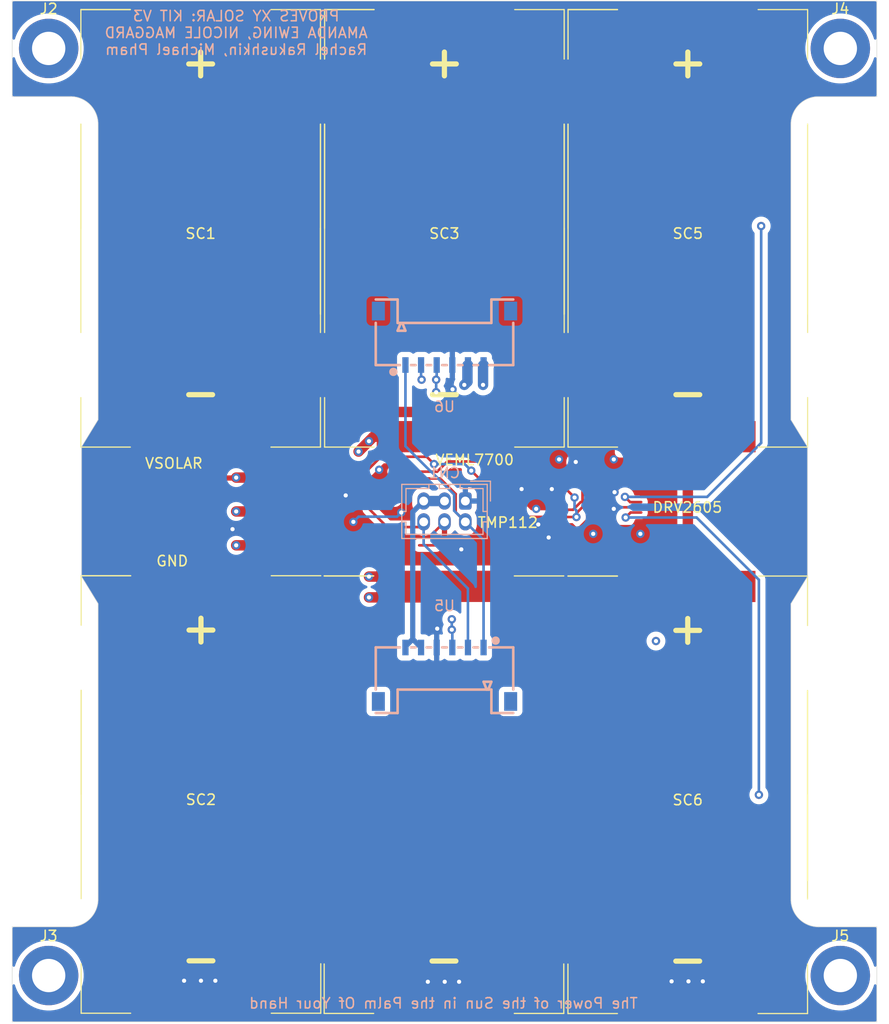
<source format=kicad_pcb>
(kicad_pcb (version 20241229) (generator "pcbnew") (generator_version "9.0")
  (title_block (title "Yearling Kit XY Faces") (date "2023-03-20") (rev "3.0"))
  (layers (0 "F.Cu" signal) (4 "In1.Cu" signal) (6 "In2.Cu" signal) (2 "B.Cu" signal) (13 "F.Paste" user) (15 "B.Paste" user) (5 "F.SilkS" user "F.Silkscreen") (7 "B.SilkS" user "B.Silkscreen") (1 "F.Mask" user) (3 "B.Mask" user) (25 "Edge.Cuts" user))
  (net 0 "")
  (net 1 "GND")
  (net 2 "+3V3")
  (net 3 "VSOLAR")
  (net 4 "Net-(U3-REG)")
  (net 5 "Net-(D1-A)")
  (net 6 "Net-(D2-A)")
  (net 7 "/SCL")
  (net 8 "/SDA")
  (net 9 "Net-(D3-A)")
  (net 10 "Net-(D4-A)")
  (net 15 "Net-(SC1--)")
  (net 16 "Net-(SC3--)")
  (net 17 "Net-(SC5--)")
  (net 18 "Net-(U3-OUT+)")
  (net 19 "SCLIN")
  (net 20 "SDAIN")
  (net 21 "Net-(U4-EN)")
  (net 22 "Net-(U4-READY)")
  (footprint "MountingHole:MountingHole_3.2mm_M3_ISO7380_Pad" (layer "F.Cu") (at 106.5 70.3)
    (property "Reference" "J2" (at 0 -3.8 0) (layer "F.SilkS"))
    (property "Value" "Conn_01x01")
    (pad "1" thru_hole circle (at 0 0) (size 5.7 5.7) (drill 3.2) (layers "*.Cu" "*.Mask"))
  )
  (footprint "MountingHole:MountingHole_3.2mm_M3_ISO7380_Pad" (layer "F.Cu") (at 106.5 159.3)
    (property "Reference" "J3" (at 0 -3.8 0) (layer "F.SilkS"))
    (property "Value" "Conn_01x01")
    (pad "1" thru_hole circle (at 0 0) (size 5.7 5.7) (drill 3.2) (layers "*.Cu" "*.Mask"))
  )
  (footprint "MountingHole:MountingHole_3.2mm_M3_ISO7380_Pad" (layer "F.Cu") (at 182.5 70.3)
    (property "Reference" "J4" (at 0 -3.8 0) (layer "F.SilkS"))
    (property "Value" "Conn_01x01")
    (pad "1" thru_hole circle (at 0 0) (size 5.7 5.7) (drill 3.2) (layers "*.Cu" "*.Mask"))
  )
  (footprint "MountingHole:MountingHole_3.2mm_M3_ISO7380_Pad" (layer "F.Cu") (at 182.5 159.3)
    (property "Reference" "J5" (at 0 -3.8 0) (layer "F.SilkS"))
    (property "Value" "Conn_01x01")
    (pad "1" thru_hole circle (at 0 0) (size 5.7 5.7) (drill 3.2) (layers "*.Cu" "*.Mask"))
  )
  (footprint "SolarPanelBoards:KXOB101K08F-TR" (layer "F.Cu") (at 167.86 87.57)
    (property "Reference" "SC5" (at 0 0.5 0) (layer "F.SilkS"))
    (property "Value" "SM101K07TF")
    (fp_line (start -11.5 -21) (end -11.5 -16.25) (stroke (width 0.12)) (layer "F.SilkS"))
    (fp_line (start -11.5 -21) (end -6.75 -21) (stroke (width 0.12)) (layer "F.SilkS"))
    (fp_line (start -11.5 -10) (end -11.5 10) (stroke (width 0.12)) (layer "F.SilkS"))
    (fp_line (start -11.5 0) (end -11.5 -10) (stroke (width 0.12)) (layer "F.SilkS"))
    (fp_line (start -11.5 21) (end -11.5 16.25) (stroke (width 0.12)) (layer "F.SilkS"))
    (fp_line (start -11.5 21) (end -6.75 21) (stroke (width 0.12)) (layer "F.SilkS"))
    (fp_line (start -6.75 -21) (end -11.5 -21) (stroke (width 0.12)) (layer "F.SilkS"))
    (fp_line (start 6.75 -21) (end 11.5 -21) (stroke (width 0.12)) (layer "F.SilkS"))
    (fp_line (start 6.75 21) (end 11.5 21) (stroke (width 0.12)) (layer "F.SilkS"))
    (fp_line (start 11.5 -21) (end 11.5 -16.25) (stroke (width 0.12)) (layer "F.SilkS"))
    (fp_line (start 11.5 -10) (end 11.5 8.25) (stroke (width 0.12)) (layer "F.SilkS"))
    (fp_line (start 11.5 0) (end 11.5 -10) (stroke (width 0.12)) (layer "F.SilkS"))
    (fp_line (start 11.5 0) (end 11.5 10) (stroke (width 0.12)) (layer "F.SilkS"))
    (fp_line (start 11.5 8.25) (end 11.5 0) (stroke (width 0.12)) (layer "F.SilkS"))
    (fp_line (start 11.5 21) (end 11.5 16.25) (stroke (width 0.12)) (layer "F.SilkS"))
    (fp_text user "+" (at 0 -16 0) (layer "F.SilkS") (effects (font (size 3 3) (thickness 0.5))))
    (fp_text user "-" (at 0 15.75 0) (layer "F.SilkS") (effects (font (size 3 3) (thickness 0.5))))
    (pad "1" smd rect (at 0 -20) (size 13 3) (layers "F.Cu" "F.Mask" "F.Paste") (net 9 "Net-(D3-A)"))
    (pad "2" smd rect (at 0 20) (size 13 3) (layers "F.Cu" "F.Mask" "F.Paste") (net 17 "Net-(SC5--)"))
  )
  (footprint "SolarPanelBoards:KXOB101K08F-TR" (layer "F.Cu") (at 144.49 87.57)
    (property "Reference" "SC3" (at 0 0.5 0) (layer "F.SilkS"))
    (property "Value" "SM101K07TF")
    (fp_line (start -11.5 -21) (end -11.5 -16.25) (stroke (width 0.12)) (layer "F.SilkS"))
    (fp_line (start -11.5 -21) (end -6.75 -21) (stroke (width 0.12)) (layer "F.SilkS"))
    (fp_line (start -11.5 -10) (end -11.5 10) (stroke (width 0.12)) (layer "F.SilkS"))
    (fp_line (start -11.5 0) (end -11.5 -10) (stroke (width 0.12)) (layer "F.SilkS"))
    (fp_line (start -11.5 21) (end -11.5 16.25) (stroke (width 0.12)) (layer "F.SilkS"))
    (fp_line (start -11.5 21) (end -6.75 21) (stroke (width 0.12)) (layer "F.SilkS"))
    (fp_line (start -6.75 -21) (end -11.5 -21) (stroke (width 0.12)) (layer "F.SilkS"))
    (fp_line (start 6.75 -21) (end 11.5 -21) (stroke (width 0.12)) (layer "F.SilkS"))
    (fp_line (start 6.75 21) (end 11.5 21) (stroke (width 0.12)) (layer "F.SilkS"))
    (fp_line (start 11.5 -21) (end 11.5 -16.25) (stroke (width 0.12)) (layer "F.SilkS"))
    (fp_line (start 11.5 -10) (end 11.5 8.25) (stroke (width 0.12)) (layer "F.SilkS"))
    (fp_line (start 11.5 0) (end 11.5 -10) (stroke (width 0.12)) (layer "F.SilkS"))
    (fp_line (start 11.5 0) (end 11.5 10) (stroke (width 0.12)) (layer "F.SilkS"))
    (fp_line (start 11.5 8.25) (end 11.5 0) (stroke (width 0.12)) (layer "F.SilkS"))
    (fp_line (start 11.5 21) (end 11.5 16.25) (stroke (width 0.12)) (layer "F.SilkS"))
    (fp_text user "-" (at 0 15.75 0) (layer "F.SilkS") (effects (font (size 3 3) (thickness 0.5))))
    (fp_text user "+" (at 0 -16 0) (layer "F.SilkS") (effects (font (size 3 3) (thickness 0.5))))
    (pad "1" smd rect (at 0 -20) (size 13 3) (layers "F.Cu" "F.Mask" "F.Paste") (net 6 "Net-(D2-A)"))
    (pad "2" smd rect (at 0 20) (size 13 3) (layers "F.Cu" "F.Mask" "F.Paste") (net 16 "Net-(SC3--)"))
  )
  (footprint "SolarPanelBoards:KXOB101K08F-TR" (layer "F.Cu") (at 144.45 141.94)
    (property "Reference" "SC4" (hide yes))
    (property "Value" "SM101K07TF")
    (fp_line (start -11.5 -21) (end -6.75 -21) (stroke (width 0.12)) (layer "F.SilkS"))
    (fp_line (start -11.5 21) (end -11.5 16.25) (stroke (width 0.12)) (layer "F.SilkS"))
    (fp_line (start -11.5 21) (end -6.75 21) (stroke (width 0.12)) (layer "F.SilkS"))
    (fp_line (start -6.75 -21) (end -11.5 -21) (stroke (width 0.12)) (layer "F.SilkS"))
    (fp_line (start 6.75 -21) (end 11.5 -21) (stroke (width 0.12)) (layer "F.SilkS"))
    (fp_line (start 6.75 21) (end 11.5 21) (stroke (width 0.12)) (layer "F.SilkS"))
    (fp_line (start 11.5 21) (end 11.5 16.25) (stroke (width 0.12)) (layer "F.SilkS"))
    (fp_text user "-" (at 0 15.75 0) (layer "F.SilkS") (effects (font (size 3 3) (thickness 0.5))))
    (pad "1" smd rect (at 0 -20) (size 13 3) (layers "F.Cu" "F.Mask" "F.Paste") (net 16 "Net-(SC3--)"))
    (pad "2" smd rect (at 0 20) (size 13 3) (layers "F.Cu" "F.Mask" "F.Paste") (net 1 "GND"))
  )
  (footprint "SolarPanelBoards:KXOB101K08F-TR" (layer "F.Cu") (at 121.12 141.92)
    (property "Reference" "SC2" (at 0 0.5 0) (layer "F.SilkS"))
    (property "Value" "SM101K07TF")
    (fp_line (start -11.5 -21) (end -11.5 -16.25) (stroke (width 0.12)) (layer "F.SilkS"))
    (fp_line (start -11.5 -21) (end -6.75 -21) (stroke (width 0.12)) (layer "F.SilkS"))
    (fp_line (start -11.5 -10) (end -11.5 10) (stroke (width 0.12)) (layer "F.SilkS"))
    (fp_line (start -11.5 0) (end -11.5 -10) (stroke (width 0.12)) (layer "F.SilkS"))
    (fp_line (start -11.5 21) (end -11.5 16.25) (stroke (width 0.12)) (layer "F.SilkS"))
    (fp_line (start -11.5 21) (end -6.75 21) (stroke (width 0.12)) (layer "F.SilkS"))
    (fp_line (start -6.75 -21) (end -11.5 -21) (stroke (width 0.12)) (layer "F.SilkS"))
    (fp_line (start 6.75 -21) (end 11.5 -21) (stroke (width 0.12)) (layer "F.SilkS"))
    (fp_line (start 6.75 21) (end 11.5 21) (stroke (width 0.12)) (layer "F.SilkS"))
    (fp_line (start 11.5 21) (end 11.5 16.25) (stroke (width 0.12)) (layer "F.SilkS"))
    (fp_text user "+" (at 0 -16 0) (layer "F.SilkS") (effects (font (size 3 3) (thickness 0.5))))
    (fp_text user "-" (at 0 15.75 0) (layer "F.SilkS") (effects (font (size 3 3) (thickness 0.5))))
    (pad "1" smd rect (at 0 -20) (size 13 3) (layers "F.Cu" "F.Mask" "F.Paste") (net 15 "Net-(SC1--)"))
    (pad "2" smd rect (at 0 20) (size 13 3) (layers "F.Cu" "F.Mask" "F.Paste") (net 1 "GND"))
  )
  (footprint "SolarPanelBoards:KXOB101K08F-TR" (layer "F.Cu") (at 167.85 141.95)
    (property "Reference" "SC6" (at 0 0.5 0) (layer "F.SilkS"))
    (property "Value" "SM101K07TF")
    (fp_line (start -11.5 -21) (end -6.75 -21) (stroke (width 0.12)) (layer "F.SilkS"))
    (fp_line (start -11.5 21) (end -11.5 16.25) (stroke (width 0.12)) (layer "F.SilkS"))
    (fp_line (start -11.5 21) (end -6.75 21) (stroke (width 0.12)) (layer "F.SilkS"))
    (fp_line (start -6.75 -21) (end -11.5 -21) (stroke (width 0.12)) (layer "F.SilkS"))
    (fp_line (start 6.75 -21) (end 11.5 -21) (stroke (width 0.12)) (layer "F.SilkS"))
    (fp_line (start 6.75 21) (end 11.5 21) (stroke (width 0.12)) (layer "F.SilkS"))
    (fp_line (start 11.5 -21) (end 11.5 -16.25) (stroke (width 0.12)) (layer "F.SilkS"))
    (fp_line (start 11.5 -10) (end 11.5 8.25) (stroke (width 0.12)) (layer "F.SilkS"))
    (fp_line (start 11.5 0) (end 11.5 -10) (stroke (width 0.12)) (layer "F.SilkS"))
    (fp_line (start 11.5 0) (end 11.5 10) (stroke (width 0.12)) (layer "F.SilkS"))
    (fp_line (start 11.5 8.25) (end 11.5 0) (stroke (width 0.12)) (layer "F.SilkS"))
    (fp_line (start 11.5 21) (end 11.5 16.25) (stroke (width 0.12)) (layer "F.SilkS"))
    (fp_text user "-" (at 0 15.75 0) (layer "F.SilkS") (effects (font (size 3 3) (thickness 0.5))))
    (fp_text user "+" (at 0 -16 0) (layer "F.SilkS") (effects (font (size 3 3) (thickness 0.5))))
    (pad "1" smd rect (at 0 -20) (size 13 3) (layers "F.Cu" "F.Mask" "F.Paste") (net 17 "Net-(SC5--)"))
    (pad "2" smd rect (at 0 20) (size 13 3) (layers "F.Cu" "F.Mask" "F.Paste") (net 1 "GND"))
  )
  (footprint "SolarPanelBoards:KXOB101K08F-TR" (layer "F.Cu") (at 121.09 87.57)
    (property "Reference" "SC1" (at 0 0.5 0) (layer "F.SilkS"))
    (property "Value" "SM101K07TF")
    (fp_line (start -11.5 -21) (end -11.5 -16.25) (stroke (width 0.12)) (layer "F.SilkS"))
    (fp_line (start -11.5 -21) (end -6.75 -21) (stroke (width 0.12)) (layer "F.SilkS"))
    (fp_line (start -11.5 -10) (end -11.5 10) (stroke (width 0.12)) (layer "F.SilkS"))
    (fp_line (start -11.5 0) (end -11.5 -10) (stroke (width 0.12)) (layer "F.SilkS"))
    (fp_line (start -11.5 21) (end -11.5 16.25) (stroke (width 0.12)) (layer "F.SilkS"))
    (fp_line (start -11.5 21) (end -6.75 21) (stroke (width 0.12)) (layer "F.SilkS"))
    (fp_line (start -6.75 -21) (end -11.5 -21) (stroke (width 0.12)) (layer "F.SilkS"))
    (fp_line (start 6.75 -21) (end 11.5 -21) (stroke (width 0.12)) (layer "F.SilkS"))
    (fp_line (start 6.75 21) (end 11.5 21) (stroke (width 0.12)) (layer "F.SilkS"))
    (fp_line (start 11.5 -21) (end 11.5 -16.25) (stroke (width 0.12)) (layer "F.SilkS"))
    (fp_line (start 11.5 -10) (end 11.5 8.25) (stroke (width 0.12)) (layer "F.SilkS"))
    (fp_line (start 11.5 0) (end 11.5 -10) (stroke (width 0.12)) (layer "F.SilkS"))
    (fp_line (start 11.5 0) (end 11.5 10) (stroke (width 0.12)) (layer "F.SilkS"))
    (fp_line (start 11.5 8.25) (end 11.5 0) (stroke (width 0.12)) (layer "F.SilkS"))
    (fp_line (start 11.5 21) (end 11.5 16.25) (stroke (width 0.12)) (layer "F.SilkS"))
    (fp_text user "+" (at 0 -16 0) (layer "F.SilkS") (effects (font (size 3 3) (thickness 0.5))))
    (fp_text user "-" (at 0 15.75 0) (layer "F.SilkS") (effects (font (size 3 3) (thickness 0.5))))
    (pad "1" smd rect (at 0 -20) (size 13 3) (layers "F.Cu" "F.Mask" "F.Paste") (net 5 "Net-(D1-A)"))
    (pad "2" smd rect (at 0 20) (size 13 3) (layers "F.Cu" "F.Mask" "F.Paste") (net 15 "Net-(SC1--)"))
  )
  (footprint "Connector_Hirose:Hirose_DF11-6DP-2DSA_2x03_P2.00mm_Vertical" (layer "B.Cu") (at 146.500001 113.750001 180)
    (property "Reference" "CN1" (at 2 2.7 0) (layer "B.SilkS") (effects (justify mirror)))
    (property "Value" "DF11-2DSA-4DP")
    (fp_line (start 6.1 1.6) (end -2.1 1.6) (stroke (width 0.12)) (layer "B.SilkS"))
    (fp_line (start 6.1 -1) (end 5.7 -1) (stroke (width 0.12)) (layer "B.SilkS"))
    (fp_line (start 6.1 -3.6) (end 6.1 1.6) (stroke (width 0.12)) (layer "B.SilkS"))
    (fp_line (start 5.7 1.2) (end 3.5 1.2) (stroke (width 0.12)) (layer "B.SilkS"))
    (fp_line (start 5.7 -1) (end 5.7 1.2) (stroke (width 0.12)) (layer "B.SilkS"))
    (fp_line (start 5.7 -2) (end 6.1 -2) (stroke (width 0.12)) (layer "B.SilkS"))
    (fp_line (start 5.7 -3.2) (end 5.7 -2) (stroke (width 0.12)) (layer "B.SilkS"))
    (fp_line (start 3.5 1.2) (end 3.5 1.6) (stroke (width 0.12)) (layer "B.SilkS"))
    (fp_line (start 2.5 1.2) (end 2.5 1.6) (stroke (width 0.12)) (layer "B.SilkS"))
    (fp_line (start 1.5 1.6) (end 1.5 1.2) (stroke (width 0.12)) (layer "B.SilkS"))
    (fp_line (start 1.5 1.2) (end 2.5 1.2) (stroke (width 0.12)) (layer "B.SilkS"))
    (fp_line (start 0.5 1.200001) (end 0.5 1.6) (stroke (width 0.12)) (layer "B.SilkS"))
    (fp_line (start -1.7 1.200001) (end 0.5 1.200001) (stroke (width 0.12)) (layer "B.SilkS"))
    (fp_line (start -1.7 -1) (end -1.7 1.200001) (stroke (width 0.12)) (layer "B.SilkS"))
    (fp_line (start -1.7 -2) (end -1.7 -3.2) (stroke (width 0.12)) (layer "B.SilkS"))
    (fp_line (start -1.7 -3.2) (end 5.7 -3.2) (stroke (width 0.12)) (layer "B.SilkS"))
    (fp_line (start -2.1 1.6) (end -2.1 -3.6) (stroke (width 0.12)) (layer "B.SilkS"))
    (fp_line (start -2.1 -1) (end -1.7 -1) (stroke (width 0.12)) (layer "B.SilkS"))
    (fp_line (start -2.1 -2) (end -1.7 -2) (stroke (width 0.12)) (layer "B.SilkS"))
    (fp_line (start -2.1 -3.6) (end 6.1 -3.6) (stroke (width 0.12)) (layer "B.SilkS"))
    (fp_line (start -2.41 1.91) (end -0.499999 1.91) (stroke (width 0.12)) (layer "B.SilkS"))
    (fp_line (start -2.41 0) (end -2.41 1.91) (stroke (width 0.12)) (layer "B.SilkS"))
    (pad "1" thru_hole roundrect (at 0 0 180) (size 1.2 1.65) (drill 0.85) (layers "*.Cu" "*.Mask") (roundrect_rratio 0.208333) (net 1 "GND"))
    (pad "2" thru_hole oval (at 0 -2.000001 180) (size 1.2 1.65) (drill 0.85) (layers "*.Cu" "*.Mask") (net 20 "SDAIN"))
    (pad "3" thru_hole oval (at 2.000001 0 180) (size 1.2 1.65) (drill 0.85) (layers "*.Cu" "*.Mask") (net 3 "VSOLAR"))
    (pad "4" thru_hole oval (at 2 -2 180) (size 1.2 1.65) (drill 0.85) (layers "*.Cu" "*.Mask") (net 2 "+3V3"))
    (pad "5" thru_hole oval (at 4 0 180) (size 1.2 1.65) (drill 0.85) (layers "*.Cu" "*.Mask") (net 3 "VSOLAR"))
    (pad "6" thru_hole oval (at 4.000001 -2 180) (size 1.2 1.65) (drill 0.85) (layers "*.Cu" "*.Mask") (net 19 "SCLIN"))
  )
  (footprint "easyeda2kicad:CONN-SMD_6P-P1.50_A1501WRB-S-6P" (layer "B.Cu") (at 144.5 98.1)
    (property "Reference" "U6" (at 0 6.59 0) (layer "B.SilkS") (effects (justify mirror)))
    (property "Value" "5040500691")
    (fp_line (start -6.6 2.6) (end -6.6 -1.45) (stroke (width 0.25)) (layer "B.SilkS"))
    (fp_line (start -6.6 2.6) (end -4.28 2.600001) (stroke (width 0.25)) (layer "B.SilkS"))
    (fp_line (start -4.5 -3.700001) (end -6.6 -3.7) (stroke (width 0.25)) (layer "B.SilkS"))
    (fp_line (start -4.5 -1.45) (end -4.5 -3.700001) (stroke (width 0.25)) (layer "B.SilkS"))
    (fp_line (start -4.5 -0.7) (end -4.2 -1.45) (stroke (width 0.25)) (layer "B.SilkS"))
    (fp_line (start -4.05 -1.45) (end -3.75 -0.7) (stroke (width 0.25)) (layer "B.SilkS"))
    (fp_line (start -3.75 -0.7) (end -4.5 -0.7) (stroke (width 0.25)) (layer "B.SilkS"))
    (fp_line (start -3.22 2.6) (end -2.78 2.6) (stroke (width 0.25)) (layer "B.SilkS"))
    (fp_line (start -1.72 2.6) (end -1.28 2.6) (stroke (width 0.25)) (layer "B.SilkS"))
    (fp_line (start -0.22 2.6) (end 0.22 2.6) (stroke (width 0.25)) (layer "B.SilkS"))
    (fp_line (start 1.28 2.6) (end 1.72 2.6) (stroke (width 0.25)) (layer "B.SilkS"))
    (fp_line (start 2.78 2.6) (end 3.22 2.6) (stroke (width 0.25)) (layer "B.SilkS"))
    (fp_line (start 4.28 2.600001) (end 6.6 2.6) (stroke (width 0.25)) (layer "B.SilkS"))
    (fp_line (start 4.5 -3.700001) (end 4.5 -1.45) (stroke (width 0.25)) (layer "B.SilkS"))
    (fp_line (start 4.5 -1.45) (end -4.5 -1.45) (stroke (width 0.25)) (layer "B.SilkS"))
    (fp_line (start 6.6 -3.7) (end 4.5 -3.700001) (stroke (width 0.25)) (layer "B.SilkS"))
    (fp_line (start 6.6 2.6) (end 6.6 -1.45) (stroke (width 0.25)) (layer "B.SilkS"))
    (fp_circle (center -4.91 3.25) (end -4.71 3.25) (stroke (width 0.4)) (fill no) (layer "B.SilkS"))
    (pad "1" smd rect (at -3.75 2.59 180) (size 0.6 1.5) (layers "B.Cu" "B.Mask" "B.Paste") (net 20 "SDAIN"))
    (pad "2" smd rect (at -2.25 2.59 180) (size 0.6 1.5) (layers "B.Cu" "B.Mask" "B.Paste") (net 19 "SCLIN"))
    (pad "3" smd rect (at -0.750001 2.59 180) (size 0.6 1.5) (layers "B.Cu" "B.Mask" "B.Paste") (net 2 "+3V3"))
    (pad "4" smd rect (at 0.750001 2.59 180) (size 0.6 1.5) (layers "B.Cu" "B.Mask" "B.Paste") (net 1 "GND"))
    (pad "5" smd rect (at 2.25 2.59 180) (size 0.6 1.5) (layers "B.Cu" "B.Mask" "B.Paste") (net 3 "VSOLAR"))
    (pad "6" smd rect (at 3.75 2.59 180) (size 0.6 1.5) (layers "B.Cu" "B.Mask" "B.Paste") (net 3 "VSOLAR"))
    (pad "7" smd rect (at 6.35 -2.590001 180) (size 1.25 1.8) (layers "B.Cu" "B.Mask" "B.Paste"))
    (pad "8" smd rect (at -6.35 -2.590001 180) (size 1.25 1.8) (layers "B.Cu" "B.Mask" "B.Paste"))
  )
  (footprint "easyeda2kicad:CONN-SMD_6P-P1.50_A1501WRB-S-6P" (layer "B.Cu") (at 144.5 130.4 180)
    (property "Reference" "U5" (at 0 6.59 0) (layer "B.SilkS") (effects (justify mirror)))
    (property "Value" "5040500691")
    (fp_line (start 6.6 2.6) (end 6.6 -1.45) (stroke (width 0.25)) (layer "B.SilkS"))
    (fp_line (start 6.6 -3.7) (end 4.5 -3.700001) (stroke (width 0.25)) (layer "B.SilkS"))
    (fp_line (start 4.5 -1.45) (end -4.5 -1.45) (stroke (width 0.25)) (layer "B.SilkS"))
    (fp_line (start 4.5 -3.700001) (end 4.5 -1.45) (stroke (width 0.25)) (layer "B.SilkS"))
    (fp_line (start 4.28 2.600001) (end 6.6 2.6) (stroke (width 0.25)) (layer "B.SilkS"))
    (fp_line (start 2.78 2.6) (end 3.22 2.6) (stroke (width 0.25)) (layer "B.SilkS"))
    (fp_line (start 1.28 2.6) (end 1.72 2.6) (stroke (width 0.25)) (layer "B.SilkS"))
    (fp_line (start -0.22 2.6) (end 0.22 2.6) (stroke (width 0.25)) (layer "B.SilkS"))
    (fp_line (start -1.72 2.6) (end -1.28 2.6) (stroke (width 0.25)) (layer "B.SilkS"))
    (fp_line (start -3.22 2.6) (end -2.78 2.6) (stroke (width 0.25)) (layer "B.SilkS"))
    (fp_line (start -3.75 -0.7) (end -4.5 -0.7) (stroke (width 0.25)) (layer "B.SilkS"))
    (fp_line (start -4.05 -1.45) (end -3.75 -0.7) (stroke (width 0.25)) (layer "B.SilkS"))
    (fp_line (start -4.5 -0.7) (end -4.2 -1.45) (stroke (width 0.25)) (layer "B.SilkS"))
    (fp_line (start -4.5 -1.45) (end -4.5 -3.700001) (stroke (width 0.25)) (layer "B.SilkS"))
    (fp_line (start -4.5 -3.700001) (end -6.6 -3.7) (stroke (width 0.25)) (layer "B.SilkS"))
    (fp_line (start -6.6 2.6) (end -4.28 2.600001) (stroke (width 0.25)) (layer "B.SilkS"))
    (fp_line (start -6.6 2.6) (end -6.6 -1.45) (stroke (width 0.25)) (layer "B.SilkS"))
    (fp_circle (center -4.91 3.25) (end -4.71 3.25) (stroke (width 0.4)) (fill no) (layer "B.SilkS"))
    (pad "1" smd rect (at -3.75 2.59) (size 0.6 1.5) (layers "B.Cu" "B.Mask" "B.Paste") (net 20 "SDAIN"))
    (pad "2" smd rect (at -2.25 2.59) (size 0.6 1.5) (layers "B.Cu" "B.Mask" "B.Paste") (net 19 "SCLIN"))
    (pad "3" smd rect (at -0.750001 2.59) (size 0.6 1.5) (layers "B.Cu" "B.Mask" "B.Paste") (net 2 "+3V3"))
    (pad "4" smd rect (at 0.750001 2.59) (size 0.6 1.5) (layers "B.Cu" "B.Mask" "B.Paste") (net 1 "GND"))
    (pad "5" smd rect (at 2.25 2.59) (size 0.6 1.5) (layers "B.Cu" "B.Mask" "B.Paste") (net 3 "VSOLAR"))
    (pad "6" smd rect (at 3.75 2.59) (size 0.6 1.5) (layers "B.Cu" "B.Mask" "B.Paste") (net 3 "VSOLAR"))
    (pad "7" smd rect (at 6.35 -2.590001) (size 1.25 1.8) (layers "B.Cu" "B.Mask" "B.Paste"))
    (pad "8" smd rect (at -6.35 -2.590001) (size 1.25 1.8) (layers "B.Cu" "B.Mask" "B.Paste"))
  )
  (gr_line (start 186 65.75) (end 103 65.75) (stroke (width 0.05)) (layer "Edge.Cuts"))
  (gr_line (start 108.58 74.92) (end 103 74.92) (stroke (width 0.05)) (layer "Edge.Cuts"))
  (gr_arc (start 108.58 74.92) (mid 110.461789 75.69114) (end 111.24 77.57) (stroke (width 0.05)) (layer "Edge.Cuts"))
  (gr_line (start 103 65.75) (end 103 74.92) (stroke (width 0.05)) (layer "Edge.Cuts"))
  (gr_line (start 103 154.62) (end 103 163.75) (stroke (width 0.05)) (layer "Edge.Cuts"))
  (gr_line (start 186 74.925) (end 180.42 74.925) (stroke (width 0.05)) (layer "Edge.Cuts"))
  (gr_line (start 186 74.925) (end 186 65.75) (stroke (width 0.05)) (layer "Edge.Cuts"))
  (gr_line (start 111.24 123.595) (end 111.24 151.97) (stroke (width 0.05)) (layer "Edge.Cuts"))
  (gr_line (start 109.65 108.545) (end 109.65 120.995) (stroke (width 0.05)) (layer "Edge.Cuts"))
  (gr_line (start 109.65 120.995) (end 111.24 123.595) (stroke (width 0.05)) (layer "Edge.Cuts"))
  (gr_line (start 103 163.75) (end 186 163.75) (stroke (width 0.05)) (layer "Edge.Cuts"))
  (gr_line (start 186 163.75) (end 186 154.625) (stroke (width 0.05)) (layer "Edge.Cuts"))
  (gr_arc (start 177.76 77.575) (mid 178.538203 75.696102) (end 180.42 74.925) (stroke (width 0.05)) (layer "Edge.Cuts"))
  (gr_line (start 109.65 108.545) (end 111.24 105.945) (stroke (width 0.05)) (layer "Edge.Cuts"))
  (gr_line (start 177.76 105.95) (end 179.35 108.55) (stroke (width 0.05)) (layer "Edge.Cuts"))
  (gr_line (start 177.76 77.575) (end 177.76 105.95) (stroke (width 0.05)) (layer "Edge.Cuts"))
  (gr_arc (start 111.24 151.97) (mid 110.461768 153.848869) (end 108.58 154.62) (stroke (width 0.05)) (layer "Edge.Cuts"))
  (gr_line (start 179.35 108.55) (end 179.35 121) (stroke (width 0.05)) (layer "Edge.Cuts"))
  (gr_line (start 111.24 77.57) (end 111.24 105.945) (stroke (width 0.05)) (layer "Edge.Cuts"))
  (gr_arc (start 180.42 154.625) (mid 178.538276 153.853824) (end 177.76 151.975) (stroke (width 0.05)) (layer "Edge.Cuts"))
  (gr_line (start 103 154.62) (end 108.58 154.62) (stroke (width 0.05)) (layer "Edge.Cuts"))
  (gr_line (start 177.76 123.6) (end 177.76 151.975) (stroke (width 0.05)) (layer "Edge.Cuts"))
  (gr_line (start 177.76 123.6) (end 179.35 121) (stroke (width 0.05)) (layer "Edge.Cuts"))
  (gr_line (start 180.42 154.625) (end 186 154.625) (stroke (width 0.05)) (layer "Edge.Cuts"))
  (gr_text "TMP112" (at 147.6 116.4 0) (layer "F.SilkS") (effects (font (size 1 1)) (justify left bottom)))
  (gr_text "GND" (at 118.36 119.51 0) (layer "F.SilkS") (effects (font (size 1 1))))
  (gr_text "VEML7700" (at 147.4 109.8 0) (layer "F.SilkS") (effects (font (size 1 1))))
  (gr_text "DRV2605" (at 167.82 114.36 0) (layer "F.SilkS") (effects (font (size 1 1))))
  (gr_text "VSOLAR" (at 118.52 110.13 0) (layer "F.SilkS") (effects (font (size 1 1))))
  (gr_text "PROVES XY SOLAR: KIT V3\nAMANDA EWING, NICOLE MAGGARD\nRachel Rakushkin, Michael Pham" (at 124.5 68.8 0) (layer "B.SilkS") (effects (font (size 1 1)) (justify mirror)))
  (gr_text "The Power of the Sun in the Palm Of Your Hand" (at 144.4 162.55 0) (layer "B.SilkS") (effects (font (size 1 1)) (justify bottom mirror)))
  (segment (start 154.5375 116) (end 153.5 116) (width 0.25) (layer "F.Cu") (net 1))
  (segment (start 154.5375 116.5) (end 154.5375 117.2125) (width 0.25) (layer "F.Cu") (net 1))
  (segment (start 145.25 118) (end 145.724694 118) (width 0.25) (layer "F.Cu") (net 1))
  (segment (start 135.015253 113.084747) (end 135.35 112.75) (width 0.25) (layer "F.Cu") (net 1))
  (segment (start 145.724694 118) (end 146.112347 118.387653) (width 0.25) (layer "F.Cu") (net 1))
  (segment (start 160.75 112.975) (end 160.825 112.9) (width 0.25) (layer "F.Cu") (net 1))
  (segment (start 121.12 161.92) (end 121.12 159.8) (width 1) (layer "F.Cu") (net 1))
  (segment (start 157.25 118.05) (end 157.25 117.7875) (width 0.25) (layer "F.Cu") (net 1))
  (segment (start 152.94 112.6) (end 154.79672 112.6) (width 0.25) (layer "F.Cu") (net 1))
  (segment (start 119.5 159.8) (end 119.5 160.3) (width 1) (layer "F.Cu") (net 1))
  (segment (start 135.015253 113.208948) (end 135.015253 113.084747) (width 0.25) (layer "F.Cu") (net 1))
  (segment (start 135.35 112.23) (end 135.35 112.75) (width 0.25) (layer "F.Cu") (net 1))
  (segment (start 152.94 112.6) (end 151.9 112.6) (width 0.25) (layer "F.Cu") (net 1))
  (segment (start 160.9 114.35) (end 160.75 114.5) (width 0.25) (layer "F.Cu") (net 1))
  (segment (start 158.98 114.85) (end 160.4 114.85) (width 0.25) (layer "F.Cu") (net 1))
  (segment (start 144.52 162.02) (end 144.52 159.9) (width 1) (layer "F.Cu") (net 1))
  (segment (start 150.86 112.6) (end 151.9 112.6) (width 0.25) (layer "F.Cu") (net 1))
  (segment (start 122.5 159.8) (end 122.5 160.54) (width 1) (layer "F.Cu") (net 1))
  (segment (start 160.75 114.5) (end 160.75 112.975) (width 0.25) (layer "F.Cu") (net 1))
  (segment (start 161.450001 111.5) (end 161.450001 112.274999) (width 0.25) (layer "F.Cu") (net 1))
  (segment (start 154.5375 116.5) (end 155.9625 116.5) (width 0.25) (layer "F.Cu") (net 1))
  (segment (start 157.1 110) (end 157.15 110.05) (width 0.25) (layer "F.Cu") (net 1))
  (segment (start 160.4 114.85) (end 160.75 114.5) (width 0.25) (layer "F.Cu") (net 1))
  (segment (start 157.25 117.7875) (end 155.9625 116.5) (width 0.25) (layer "F.Cu") (net 1))
  (segment (start 157.15 110.05) (end 157.15 111.45) (width 0.25) (layer "F.Cu") (net 1))
  (segment (start 145.9 160.64) (end 144.52 162.02) (width 1) (layer "F.Cu") (net 1))
  (segment (start 169.3 159.86) (end 169.3 160.6) (width 1) (layer "F.Cu") (net 1))
  (segment (start 135.35 112.75) (end 135.35 112.799999) (width 0.25) (layer "F.Cu") (net 1))
  (segment (start 154.5375 117.2125) (end 154.5 117.25) (width 0.25) (layer "F.Cu") (net 1))
  (segment (start 145.9 159.9) (end 145.9 160.64) (width 1) (layer "F.Cu") (net 1))
  (segment (start 135.35 112.799999) (end 136.300001 113.75) (width 0.25) (layer "F.Cu") (net 1))
  (segment (start 155.675 113.6) (end 155.675 113.47828) (width 0.25) (layer "F.Cu") (net 1))
  (segment (start 163.38 114.35) (end 160.9 114.35) (width 0.25) (layer "F.Cu") (net 1))
  (segment (start 155.675 113.47828) (end 154.8 112.60328) (width 0.25) (layer "F.Cu") (net 1))
  (segment (start 142.9 159.9) (end 142.9 160.4) (width 1) (layer "F.Cu") (net 1))
  (segment (start 118.36 117.05) (end 123.55 117.05) (width 0.5) (layer "F.Cu") (net 1))
  (segment (start 167.92 161.98) (end 167.92 159.86) (width 1) (layer "F.Cu") (net 1))
  (segment (start 166.3 159.86) (end 166.3 160.36) (width 1) (layer "F.Cu") (net 1))
  (segment (start 154.79672 112.6) (end 154.8 112.60328) (width 0.25) (layer "F.Cu") (net 1))
  (segment (start 161.450001 112.274999) (end 160.825 112.9) (width 0.25) (layer "F.Cu") (net 1))
  (segment (start 123.55 117.05) (end 124.15 116.45) (width 0.5) (layer "F.Cu") (net 1))
  (segment (start 154.5375 116.5) (end 154.5375 116) (width 0.25) (layer "F.Cu") (net 1))
  (via (at 169.3 159.86) (size 0.8) (drill 0.4) (layers "F.Cu" "B.Cu") (net 1))
  (via (at 153.5 116) (size 0.8) (drill 0.4) (layers "F.Cu" "B.Cu") (net 1))
  (via (at 160.825 112.9) (size 0.8) (drill 0.4) (layers "F.Cu" "B.Cu") (net 1))
  (via (at 157.1 110) (size 0.8) (drill 0.4) (layers "F.Cu" "B.Cu") (net 1))
  (via (at 143.8 126) (size 0.8) (drill 0.4) (layers "F.Cu" "B.Cu") (net 1))
  (via (at 145.272182 103.027818) (size 0.8) (drill 0.4) (layers "F.Cu" "B.Cu") (net 1))
  (via (at 144.52 159.9) (size 0.8) (drill 0.4) (layers "F.Cu" "B.Cu") (net 1))
  (via (at 119.5 159.8) (size 0.8) (drill 0.4) (layers "F.Cu" "B.Cu") (net 1))
  (via (at 167.92 159.86) (size 0.8) (drill 0.4) (layers "F.Cu" "B.Cu") (net 1))
  (via (at 142.9 159.9) (size 0.8) (drill 0.4) (layers "F.Cu" "B.Cu") (net 1))
  (via (at 154.8 112.60328) (size 0.8) (drill 0.4) (layers "F.Cu" "B.Cu") (net 1))
  (via (at 151.9 112.6) (size 0.8) (drill 0.4) (layers "F.Cu" "B.Cu") (net 1))
  (via (at 166.3 159.86) (size 0.8) (drill 0.4) (layers "F.Cu" "B.Cu") (net 1))
  (via (at 145.9 159.9) (size 0.8) (drill 0.4) (layers "F.Cu" "B.Cu") (net 1))
  (via (at 146.112347 118.387653) (size 0.8) (drill 0.4) (layers "F.Cu" "B.Cu") (net 1))
  (via (at 154.5 117.25) (size 0.8) (drill 0.4) (layers "F.Cu" "B.Cu") (net 1))
  (via (at 135.015253 113.208948) (size 0.8) (drill 0.4) (layers "F.Cu" "B.Cu") (net 1))
  (via (at 121.12 159.8) (size 0.8) (drill 0.4) (layers "F.Cu" "B.Cu") (net 1))
  (via (at 124.15 116.45) (size 0.8) (drill 0.4) (layers "F.Cu" "B.Cu") (net 1))
  (via (at 122.5 159.8) (size 0.8) (drill 0.4) (layers "F.Cu" "B.Cu") (net 1))
  (via (at 160.75 114.5) (size 0.8) (drill 0.4) (layers "F.Cu" "B.Cu") (net 1))
  (segment (start 134.974201 113.25) (end 135.015253 113.208948) (width 0.5) (layer "B.Cu") (net 1))
  (segment (start 134.425 116.561338) (end 134.425 114.175) (width 0.5) (layer "B.Cu") (net 1))
  (segment (start 137.838662 119.975) (end 134.425 116.561338) (width 0.5) (layer "B.Cu") (net 1))
  (segment (start 143.749999 127.81) (end 143.749999 126.050001) (width 0.25) (layer "B.Cu") (net 1))
  (segment (start 145.250001 103.005637) (end 145.272182 103.027818) (width 0.25) (layer "B.Cu") (net 1))
  (segment (start 145.250001 100.69) (end 145.250001 103.005637) (width 0.25) (layer "B.Cu") (net 1))
  (segment (start 134.425 114.175) (end 134.425 113.25) (width 0.5) (layer "B.Cu") (net 1))
  (segment (start 134.425 113.25) (end 134.974201 113.25) (width 0.5) (layer "B.Cu") (net 1))
  (segment (start 143.749999 126.050001) (end 143.8 126) (width 0.25) (layer "B.Cu") (net 1))
  (segment (start 159.825 109.75) (end 160.75 109.75) (width 0.25) (layer "F.Cu") (net 2))
  (segment (start 139.65 110.27) (end 138.70185 110.27) (width 0.25) (layer "F.Cu") (net 2))
  (segment (start 156.75 116) (end 157.25 116.5) (width 0.25) (layer "F.Cu") (net 2))
  (segment (start 139.87115 115.325) (end 139.75 115.325) (width 0.25) (layer "F.Cu") (net 2))
  (segment (start 138.227388 113.722611) (end 138.199999 113.75) (width 0.25) (layer "F.Cu") (net 2))
  (segment (start 163.25 116.17) (end 164.13 116.17) (width 0.25) (layer "F.Cu") (net 2))
  (segment (start 158.4 115.35) (end 157.25 116.5) (width 0.25) (layer "F.Cu") (net 2))
  (segment (start 143.051002 117.199) (end 141.226 117.199) (width 0.25) (layer "F.Cu") (net 2))
  (segment (start 163.23 116.97) (end 163.3 116.9) (width 0.25) (layer "F.Cu") (net 2))
  (segment (start 158.775 116.9) (end 158.775 115.555) (width 0.25) (layer "F.Cu") (net 2))
  (segment (start 153.975 113.75) (end 154.125 113.6) (width 0.25) (layer "F.Cu") (net 2))
  (segment (start 141.226 117.199) (end 140.425 118) (width 0.25) (layer "F.Cu") (net 2))
  (segment (start 152.5 113.75) (end 153.975 113.75) (width 0.25) (layer "F.Cu") (net 2))
  (segment (start 138.70185 110.27) (end 138.227388 110.744462) (width 0.25) (layer "F.Cu") (net 2))
  (segment (start 138.227388 110.744462) (end 138.227388 113.722611) (width 0.25) (layer "F.Cu") (net 2))
  (segment (start 152.55 113.75) (end 153.3 114.5) (width 0.25) (layer "F.Cu") (net 2))
  (segment (start 154.125 113.6) (end 154.125 113.675) (width 0.25) (layer "F.Cu") (net 2))
  (segment (start 163.3 116.9) (end 163.3 116.22) (width 0.25) (layer "F.Cu") (net 2))
  (segment (start 135.675 115.825) (end 135.75 115.75) (width 0.25) (layer "F.Cu") (net 2))
  (segment (start 163.3 116.22) (end 163.25 116.17) (width 0.25) (layer "F.Cu") (net 2))
  (segment (start 158.775 115.555) (end 158.98 115.35) (width 0.25) (layer "F.Cu") (net 2))
  (segment (start 140.346149 114.850001) (end 139.87115 115.325) (width 0.25) (layer "F.Cu") (net 2))
  (segment (start 144.500001 115.750001) (end 143.051002 117.199) (width 0.25) (layer "F.Cu") (net 2))
  (segment (start 154.125 113.675) (end 153.3 114.5) (width 0.25) (layer "F.Cu") (net 2))
  (segment (start 158.98 115.35) (end 160.32 115.35) (width 0.25) (layer "F.Cu") (net 2))
  (segment (start 158.98 115.35) (end 158.4 115.35) (width 0.25) (layer "F.Cu") (net 2))
  (segment (start 164.45 113.35) (end 163.38 113.35) (width 0.25) (layer "F.Cu") (net 2))
  (segment (start 154.325 109.75) (end 155.5 109.75) (width 0.25) (layer "F.Cu") (net 2))
  (segment (start 164.6 113.5) (end 164.45 113.35) (width 0.25) (layer "F.Cu") (net 2))
  (segment (start 134.5 115.825) (end 135.675 115.825) (width 0.25) (layer "F.Cu") (net 2))
  (segment (start 163.38 113.35) (end 163.38 111.41) (width 0.25) (layer "F.Cu") (net 2))
  (segment (start 160.32 115.35) (end 161.14 116.17) (width 0.25) (layer "F.Cu") (net 2))
  (segment (start 152.5 113.75) (end 152.55 113.75) (width 0.25) (layer "F.Cu") (net 2))
  (segment (start 164.13 116.17) (end 164.6 115.7) (width 0.25) (layer "F.Cu") (net 2))
  (segment (start 164.6 115.7) (end 164.6 113.5) (width 0.25) (layer "F.Cu") (net 2))
  (segment (start 155.9625 116) (end 156.75 116) (width 0.25) (layer "F.Cu") (net 2))
  (segment (start 161.14 116.17) (end 163.25 116.17) (width 0.25) (layer "F.Cu") (net 2))
  (via (at 145.2 125.1) (size 0.8) (drill 0.4) (layers "F.Cu" "B.Cu") (net 2))
  (via (at 143.7 102.1) (size 0.8) (drill 0.4) (layers "F.Cu" "B.Cu") (net 2))
  (via (at 163.3 116.9) (size 0.8) (drill 0.4) (layers "F.Cu" "B.Cu") (net 2))
  (via (at 138.227388 110.744462) (size 0.8) (drill 0.4) (layers "F.Cu" "B.Cu") (net 2))
  (via (at 135.75 115.75) (size 0.8) (drill 0.4) (layers "F.Cu" "B.Cu") (net 2))
  (via (at 153.3 114.5) (size 0.8) (drill 0.4) (layers "F.Cu" "B.Cu") (net 2))
  (via (at 143.7 103.3) (size 0.8) (drill 0.4) (layers "F.Cu" "B.Cu") (net 2))
  (via (at 140.346149 114.850001) (size 0.8) (drill 0.4) (layers "F.Cu" "B.Cu") (net 2))
  (via (at 160.75 109.75) (size 0.8) (drill 0.4) (layers "F.Cu" "B.Cu") (net 2))
  (via (at 158.775 116.9) (size 0.8) (drill 0.4) (layers "F.Cu" "B.Cu") (net 2))
  (via (at 145.2 126.1) (size 0.8) (drill 0.4) (layers "F.Cu" "B.Cu") (net 2))
  (via (at 155.5 109.75) (size 0.8) (drill 0.4) (layers "F.Cu" "B.Cu") (net 2))
  (segment (start 145.250001 126.150001) (end 145.2 126.1) (width 0.25) (layer "B.Cu") (net 2))
  (segment (start 145.250001 127.81) (end 145.250001 126.150001) (width 0.25) (layer "B.Cu") (net 2))
  (segment (start 145.2 126.1) (end 145.2 125.1) (width 0.25) (layer "B.Cu") (net 2))
  (segment (start 143.7 102.1) (end 143.7 103.3) (width 0.25) (layer "B.Cu") (net 2))
  (segment (start 140.346149 114.850001) (end 139.94615 115.25) (width 0.25) (layer "B.Cu") (net 2))
  (segment (start 143.749999 102.050001) (end 143.7 102.1) (width 0.25) (layer "B.Cu") (net 2))
  (segment (start 136.25 115.25) (end 135.75 115.75) (width 0.25) (layer "B.Cu") (net 2))
  (segment (start 139.94615 115.25) (end 136.25 115.25) (width 0.25) (layer "B.Cu") (net 2))
  (segment (start 143.749999 100.69) (end 143.749999 102.050001) (width 0.25) (layer "B.Cu") (net 2))
  (segment (start 126.32 111.5) (end 126.36 111.54) (width 1) (layer "F.Cu") (net 3))
  (segment (start 126.36 117.96) (end 126.4 118) (width 0.5) (layer "F.Cu") (net 3))
  (segment (start 124.5 118) (end 126.4 118) (width 1) (layer "F.Cu") (net 3))
  (segment (start 126.36 111.54) (end 126.36 117.96) (width 0.5) (layer "F.Cu") (net 3))
  (segment (start 118.37 112.45) (end 119.28 111.54) (width 0.5) (layer "F.Cu") (net 3))
  (segment (start 124.5 114.75) (end 126.36 114.75) (width 1) (layer "F.Cu") (net 3))
  (segment (start 119.28 111.54) (end 126.36 111.54) (width 0.5) (layer "F.Cu") (net 3))
  (segment (start 124.5 111.5) (end 126.32 111.5) (width 1) (layer "F.Cu") (net 3))
  (via (at 146.4 102.6) (size 0.8) (drill 0.4) (layers "F.Cu" "B.Cu") (net 3))
  (via (at 124.5 114.75) (size 0.8) (drill 0.4) (layers "F.Cu" "B.Cu") (net 3))
  (via (at 124.5 111.5) (size 0.8) (drill 0.4) (layers "F.Cu" "B.Cu") (net 3))
  (via (at 124.5 118) (size 0.8) (drill 0.4) (layers "F.Cu" "B.Cu") (net 3))
  (via (at 148.2 102.6) (size 0.8) (drill 0.4) (layers "F.Cu" "B.Cu") (net 3))
  (segment (start 148.2 100.74) (end 148.25 100.69) (width 1) (layer "B.Cu") (net 3))
  (segment (start 140.75 127.708) (end 141.449 127.009) (width 0.5) (layer "B.Cu") (net 3))
  (segment (start 142.25 127.81) (end 141.449 127.009) (width 0.5) (layer "B.Cu") (net 3))
  (segment (start 144.5 113.750001) (end 142.500001 113.750001) (width 1) (layer "B.Cu") (net 3))
  (segment (start 141.449 127.009) (end 141.449 114.801002) (width 0.5) (layer "B.Cu") (net 3))
  (segment (start 146.7 102.3) (end 146.7 100.74) (width 1) (layer "B.Cu") (net 3))
  (segment (start 141.449 114.801002) (end 142.500001 113.750001) (width 0.5) (layer "B.Cu") (net 3))
  (segment (start 148.2 102.6) (end 148.2 100.74) (width 1) (layer "B.Cu") (net 3))
  (segment (start 146.4 102.6) (end 146.7 102.3) (width 1) (layer "B.Cu") (net 3))
  (segment (start 140.75 127.81) (end 140.75 127.708) (width 0.5) (layer "B.Cu") (net 3))
  (segment (start 146.7 100.74) (end 146.75 100.69) (width 1) (layer "B.Cu") (net 3))
  (segment (start 158.98 113.35) (end 158.98 111.57) (width 0.25) (layer "F.Cu") (net 4))
  (segment (start 158.98 111.57) (end 159.05 111.5) (width 0.25) (layer "F.Cu") (net 4))
  (segment (start 128.5 109.68) (end 130.36 111.54) (width 1) (layer "F.Cu") (net 5))
  (segment (start 121.09 67.57) (end 128.5 74.98) (width 1) (layer "F.Cu") (net 5))
  (segment (start 128.5 74.98) (end 128.5 109.68) (width 1) (layer "F.Cu") (net 5))
  (segment (start 131.06 109.06) (end 132.349 110.349) (width 1) (layer "F.Cu") (net 6))
  (segment (start 144.49 67.57) (end 140.26 71.8) (width 1) (layer "F.Cu") (net 6))
  (segment (start 131.06 77.74) (end 131.06 109.06) (width 1) (layer "F.Cu") (net 6))
  (segment (start 140.26 71.8) (end 137 71.8) (width 1) (layer "F.Cu") (net 6))
  (segment (start 132.349 110.349) (end 132.349 112.761) (width 1) (layer "F.Cu") (net 6))
  (segment (start 132.349 112.761) (end 130.36 114.75) (width 1) (layer "F.Cu") (net 6))
  (segment (start 137 71.8) (end 131.06 77.74) (width 1) (layer "F.Cu") (net 6))
  (segment (start 154.5375 115.5) (end 155.450594 114.586906) (width 0.25) (layer "F.Cu") (net 7))
  (segment (start 149.986102 113.75) (end 151.3 113.75) (width 0.25) (layer "F.Cu") (net 7))
  (segment (start 157.75 113.85) (end 157.575226 113.85) (width 0.25) (layer "F.Cu") (net 7))
  (segment (start 152.552 115.274) (end 154.3115 115.274) (width 0.25) (layer "F.Cu") (net 7))
  (segment (start 151.3 114.022) (end 152.552 115.274) (width 0.25) (layer "F.Cu") (net 7))
  (segment (start 155.450594 114.586906) (end 156.836906 114.586906) (width 0.25) (layer "F.Cu") (net 7))
  (segment (start 158.175 112.269514) (end 157.75 112.694514) (width 0.25) (layer "F.Cu") (net 7))
  (segment (start 135.35 110.93) (end 136.969408 110.93) (width 0.25) (layer "F.Cu") (net 7))
  (segment (start 151.3 113.75) (end 151.3 114.022) (width 0.25) (layer "F.Cu") (net 7))
  (segment (start 157.75 112.694514) (end 157.75 113.85) (width 0.25) (layer "F.Cu") (net 7))
  (segment (start 136.969408 110.93) (end 138.399408 109.5) (width 0.25) (layer "F.Cu") (net 7))
  (segment (start 159.125 113.85) (end 157.75 113.85) (width 0.25) (layer "F.Cu") (net 7))
  (segment (start 158.175 109.75) (end 158.175 112.269514) (width 0.25) (layer "F.Cu") (net 7))
  (segment (start 147.068051 110.831949) (end 149.986102 113.75) (width 0.25) (layer "F.Cu") (net 7))
  (segment (start 157.575226 113.85) (end 156.837613 114.587613) (width 0.25) (layer "F.Cu") (net 7))
  (segment (start 138.399408 109.5) (end 142.795 109.5) (width 0.25) (layer "F.Cu") (net 7))
  (segment (start 154.3115 115.274) (end 154.5375 115.5) (width 0.25) (layer "F.Cu") (net 7))
  (segment (start 142.795 109.5) (end 143.496487 110.201487) (width 0.25) (layer "F.Cu") (net 7))
  (via (at 147.068051 110.831949) (size 0.8) (drill 0.4) (layers "F.Cu" "B.Cu") (net 7))
  (via (at 143.496487 110.201487) (size 0.8) (drill 0.4) (layers "F.Cu" "B.Cu") (net 7))
  (segment (start 147.068051 110.831949) (end 146.43759 110.201487) (width 0.25) (layer "B.Cu") (net 7))
  (segment (start 146.43759 110.201487) (end 143.496487 110.201487) (width 0.25) (layer "B.Cu") (net 7))
  (segment (start 153.11336 110.83664) (end 152.5 111.45) (width 0.25) (layer "F.Cu") (net 8))
  (segment (start 157.723812 114.35) (end 157.286906 114.786906) (width 0.25) (layer "F.Cu") (net 8))
  (segment (start 139.65 110.93) (end 143.79328 110.93) (width 0.25) (layer "F.Cu") (net 8))
  (segment (start 154.405 111.87828) (end 153.36336 110.83664) (width 0.25) (layer "F.Cu") (net 8))
  (segment (start 156.98566 113.41426) (end 155.44968 111.87828) (width 0.25) (layer "F.Cu") (net 8))
  (segment (start 153.36336 110.83664) (end 153.11336 110.83664) (width 0.25) (layer "F.Cu") (net 8))
  (segment (start 155.44968 111.87828) (end 154.405 111.87828) (width 0.25) (layer "F.Cu") (net 8))
  (segment (start 152.47572 109.949) (end 153.36336 110.83664) (width 0.25) (layer "F.Cu") (net 8))
  (segment (start 157.165885 114.907927) (end 157.165885 115.284647) (width 0.25) (layer "F.Cu") (net 8))
  (segment (start 156.177853 115.284647) (end 155.9625 115.5) (width 0.25) (layer "F.Cu") (net 8))
  (segment (start 143.79328 110.93) (end 144.77428 109.949) (width 0.25) (layer "F.Cu") (net 8))
  (segment (start 144.77428 109.949) (end 152.47572 109.949) (width 0.25) (layer "F.Cu") (net 8))
  (segment (start 158.98 114.35) (end 157.723812 114.35) (width 0.25) (layer "F.Cu") (net 8))
  (segment (start 157.286906 114.786906) (end 157.165885 114.907927) (width 0.25) (layer "F.Cu") (net 8))
  (segment (start 157.165885 115.284647) (end 156.177853 115.284647) (width 0.25) (layer "F.Cu") (net 8))
  (via (at 157.165885 115.284647) (size 0.8) (drill 0.4) (layers "F.Cu" "B.Cu") (net 8))
  (via (at 156.98566 113.41426) (size 0.8) (drill 0.4) (layers "F.Cu" "B.Cu") (net 8))
  (segment (start 156.98566 114.48566) (end 157.165885 114.665885) (width 0.25) (layer "B.Cu") (net 8))
  (segment (start 157.165885 114.665885) (end 157.165885 115.284647) (width 0.25) (layer "B.Cu") (net 8))
  (segment (start 156.98566 113.41426) (end 156.98566 114.48566) (width 0.25) (layer "B.Cu") (net 8))
  (segment (start 152.6 105.2) (end 167.86 89.94) (width 1) (layer "F.Cu") (net 9))
  (segment (start 135.05 105.2) (end 152.6 105.2) (width 1) (layer "F.Cu") (net 9))
  (segment (start 167.86 89.94) (end 167.86 67.57) (width 1) (layer "F.Cu") (net 9))
  (segment (start 135.05 105.2) (end 133.3 106.95) (width 1) (layer "F.Cu") (net 9))
  (segment (start 133.3 116.61) (end 131.91 118) (width 0.5) (layer "F.Cu") (net 9))
  (segment (start 133.3 106.95) (end 133.3 116.61) (width 0.5) (layer "F.Cu") (net 9))
  (segment (start 131.91 118) (end 130.4 118) (width 0.5) (layer "F.Cu") (net 9))
  (segment (start 142.075 118) (end 143.674998 118) (width 0.25) (layer "F.Cu") (net 10))
  (segment (start 115.5 118.5) (end 118.92 121.92) (width 1) (layer "F.Cu") (net 15))
  (segment (start 118.92 121.92) (end 121.12 121.92) (width 1) (layer "F.Cu") (net 15))
  (segment (start 115.5 111.633987) (end 115.5 118.5) (width 1) (layer "F.Cu") (net 15))
  (segment (start 119.563987 107.57) (end 115.5 111.633987) (width 1) (layer "F.Cu") (net 15))
  (segment (start 121.09 107.57) (end 119.563987 107.57) (width 1) (layer "F.Cu") (net 15))
  (segment (start 137.25 123) (end 143.39 123) (width 1) (layer "F.Cu") (net 16))
  (segment (start 143.39 123) (end 144.45 121.94) (width 1) (layer "F.Cu") (net 16))
  (segment (start 137.68 107.57) (end 136.25 109) (width 1) (layer "F.Cu") (net 16))
  (segment (start 143.51 121) (end 144.45 121.94) (width 1) (layer "F.Cu") (net 16))
  (segment (start 137.25 121) (end 143.51 121) (width 1) (layer "F.Cu") (net 16))
  (segment (start 144.49 107.57) (end 137.68 107.57) (width 1) (layer "F.Cu") (net 16))
  (via (at 137.25 123) (size 0.8) (drill 0.4) (layers "F.Cu" "B.Cu") (net 16))
  (via (at 136.25 109) (size 0.8) (drill 0.4) (layers "F.Cu" "B.Cu") (net 16))
  (via (at 137.25 108) (size 0.8) (drill 0.4) (layers "F.Cu" "B.Cu") (net 16))
  (via (at 137.25 121) (size 0.8) (drill 0.4) (layers "F.Cu" "B.Cu") (net 16))
  (segment (start 167.86 107.57) (end 167.86 121.94) (width 1) (layer "F.Cu") (net 17))
  (segment (start 167.86 121.94) (end 167.85 121.95) (width 1) (layer "F.Cu") (net 17))
  (segment (start 163.38 114.85) (end 162.37 114.85) (width 0.25) (layer "F.Cu") (net 18))
  (segment (start 162.32 113.85) (end 161.82 113.35) (width 0.25) (layer "F.Cu") (net 18))
  (segment (start 162.37 114.85) (end 161.89 115.33) (width 0.25) (layer "F.Cu") (net 18))
  (segment (start 163.38 113.85) (end 162.32 113.85) (width 0.25) (layer "F.Cu") (net 18))
  (via (at 161.89 115.33) (size 0.8) (drill 0.4) (layers "F.Cu" "B.Cu") (net 18))
  (via (at 174.68 141.95) (size 0.8) (drill 0.4) (layers "F.Cu" "B.Cu") (net 18))
  (via (at 161.82 113.35) (size 0.8) (drill 0.4) (layers "F.Cu" "B.Cu") (net 18))
  (via (at 164.8 127.19) (size 0.8) (drill 0.4) (layers "F.Cu" "B.Cu") (net 18))
  (via (at 174.9 87.35) (size 0.8) (drill 0.4) (layers "F.Cu" "B.Cu") (net 18))
  (segment (start 161.82 113.35) (end 169.72 113.35) (width 0.25) (layer "B.Cu") (net 18))
  (segment (start 169.72 113.35) (end 174.9 108.17) (width 0.25) (layer "B.Cu") (net 18))
  (segment (start 174.9 108.17) (end 174.9 87.35) (width 0.25) (layer "B.Cu") (net 18))
  (segment (start 174.68 121.31) (end 174.68 141.95) (width 0.25) (layer "B.Cu") (net 18))
  (segment (start 168.7 115.33) (end 174.68 121.31) (width 0.25) (layer "B.Cu") (net 18))
  (segment (start 161.89 115.33) (end 168.7 115.33) (width 0.25) (layer "B.Cu") (net 18))
  (segment (start 136.33 111.58) (end 137.25 112.5) (width 0.25) (layer "F.Cu") (net 19))
  (segment (start 135.35 111.58) (end 136.33 111.58) (width 0.25) (layer "F.Cu") (net 19))
  (segment (start 137.25 112.5) (end 137.25 114.5) (width 0.25) (layer "F.Cu") (net 19))
  (segment (start 142.000001 116.25) (end 142.5 115.750001) (width 0.25) (layer "F.Cu") (net 19))
  (segment (start 137.25 114.5) (end 139 116.25) (width 0.25) (layer "F.Cu") (net 19))
  (segment (start 139 116.25) (end 142.000001 116.25) (width 0.25) (layer "F.Cu") (net 19))
  (via (at 142.3 102.1) (size 0.8) (drill 0.4) (layers "F.Cu" "B.Cu") (net 19))
  (segment (start 142.25 102.05) (end 142.3 102.1) (width 0.25) (layer "B.Cu") (net 19))
  (segment (start 146.75 122.15) (end 142.5 117.9) (width 0.25) (layer "B.Cu") (net 19))
  (segment (start 146.75 127.81) (end 146.75 122.15) (width 0.25) (layer "B.Cu") (net 19))
  (segment (start 142.25 100.69) (end 142.25 102.05) (width 0.25) (layer "B.Cu") (net 19))
  (segment (start 142.5 117.9) (end 142.5 115.750001) (width 0.25) (layer "B.Cu") (net 19))
  (segment (start 144.08 111.58) (end 145.574001 113.074001) (width 0.25) (layer "F.Cu") (net 20))
  (segment (start 145.574001 114.824002) (end 146.500001 115.750002) (width 0.25) (layer "F.Cu") (net 20))
  (segment (start 139.65 111.58) (end 144.08 111.58) (width 0.25) (layer "F.Cu") (net 20))
  (segment (start 145.574001 113.074001) (end 145.574001 114.824002) (width 0.25) (layer "F.Cu") (net 20))
  (segment (start 143.195767 110.927487) (end 140.75 108.48172) (width 0.25) (layer "B.Cu") (net 20))
  (segment (start 148.25 127.81) (end 148.25 117.500001) (width 0.25) (layer "B.Cu") (net 20))
  (segment (start 143.227487 110.927487) (end 143.195767 110.927487) (width 0.25) (layer "B.Cu") (net 20))
  (segment (start 145.426 114.676001) (end 145.426 113.126) (width 0.25) (layer "B.Cu") (net 20))
  (segment (start 140.75 108.48172) (end 140.75 100.69) (width 0.25) (layer "B.Cu") (net 20))
  (segment (start 146.500001 115.750002) (end 145.426 114.676001) (width 0.25) (layer "B.Cu") (net 20))
  (segment (start 148.25 117.500001) (end 146.500001 115.750002) (width 0.25) (layer "B.Cu") (net 20))
  (segment (start 145.426 113.126) (end 143.227487 110.927487) (width 0.25) (layer "B.Cu") (net 20))
  (segment (start 134 113.675) (end 134.5 114.175) (width 0.25) (layer "F.Cu") (net 21))
  (segment (start 135.35 110.27) (end 134.629408 110.27) (width 0.25) (layer "F.Cu") (net 21))
  (segment (start 134.629408 110.27) (end 134 110.899408) (width 0.25) (layer "F.Cu") (net 21))
  (segment (start 134 110.899408) (end 134 113.675) (width 0.25) (layer "F.Cu") (net 21))
  (segment (start 139.65 112.23) (end 139.65 113.575) (width 0.25) (layer "F.Cu") (net 22))
  (segment (start 139.65 113.575) (end 139.75 113.675) (width 0.25) (layer "F.Cu") (net 22))
  (zone (net 0) (net_name "") (layer "F.Cu") (priority 1) (connect_pads (clearance 0.508)) (min_thickness 0.25) (fill yes (thermal_gap 0.5) (thermal_bridge_width 0.5) (island_removal_mode 1) (island_area_min 10))
    (polygon (pts (xy 133.8 89.2) (xy 133.8 97.4) (xy 154.9 97.4) (xy 155.112862 97.4) (xy 155.112862 89.2)))
  )
  (zone (net 2) (net_name "+3V3") (layers "F.Cu" "In2.Cu") (connect_pads (clearance 0.508)) (min_thickness 0.254) (fill yes (thermal_gap 0.508) (thermal_bridge_width 0.508))
    (polygon (pts (xy 167.826931 124) (xy 120.433883 124) (xy 120.233703 105.683522) (xy 167.727024 105.81693)))
  )
  (zone (net 1) (net_name "GND") (layer "B.Cu") (connect_pads (clearance 0.508)) (min_thickness 0.254) (fill yes (thermal_gap 0.508) (thermal_bridge_width 0.508))
    (polygon (pts (xy 186 163.75) (xy 103 163.75) (xy 103 65.76) (xy 186 65.76)))
  )
)
</source>
